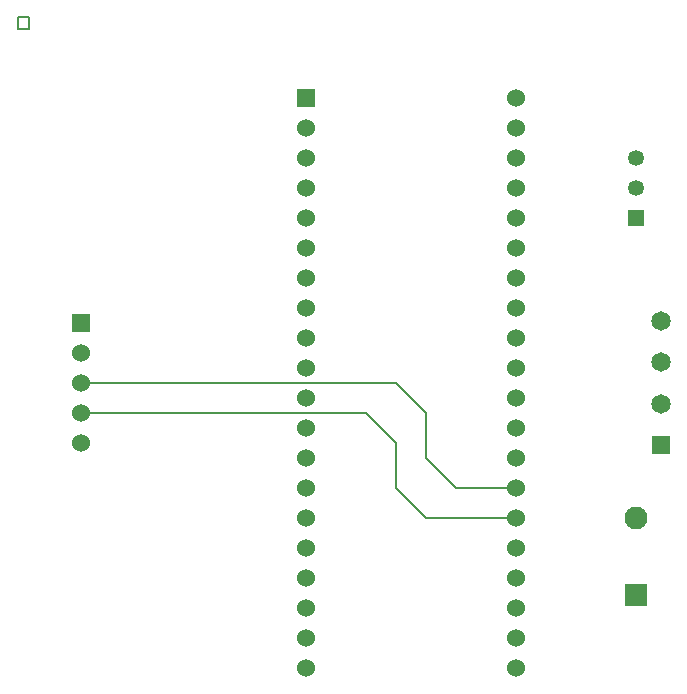
<source format=gbr>
%TF.GenerationSoftware,KiCad,Pcbnew,8.0.8*%
%TF.CreationDate,2025-04-07T19:22:35+01:00*%
%TF.ProjectId,Pico ToF,5069636f-2054-46f4-962e-6b696361645f,rev?*%
%TF.SameCoordinates,Original*%
%TF.FileFunction,Copper,L1,Top*%
%TF.FilePolarity,Positive*%
%FSLAX46Y46*%
G04 Gerber Fmt 4.6, Leading zero omitted, Abs format (unit mm)*
G04 Created by KiCad (PCBNEW 8.0.8) date 2025-04-07 19:22:35*
%MOMM*%
%LPD*%
G01*
G04 APERTURE LIST*
%TA.AperFunction,NonConductor*%
%ADD10C,0.200000*%
%TD*%
%TA.AperFunction,ComponentPad*%
%ADD11R,1.524000X1.524000*%
%TD*%
%TA.AperFunction,ComponentPad*%
%ADD12C,1.524000*%
%TD*%
%TA.AperFunction,ComponentPad*%
%ADD13R,1.950000X1.950000*%
%TD*%
%TA.AperFunction,ComponentPad*%
%ADD14C,1.950000*%
%TD*%
%TA.AperFunction,ComponentPad*%
%ADD15R,1.350000X1.350000*%
%TD*%
%TA.AperFunction,ComponentPad*%
%ADD16C,1.350000*%
%TD*%
%TA.AperFunction,ComponentPad*%
%ADD17R,1.650000X1.650000*%
%TD*%
%TA.AperFunction,ComponentPad*%
%ADD18C,1.650000*%
%TD*%
%TA.AperFunction,Conductor*%
%ADD19C,0.200000*%
%TD*%
G04 APERTURE END LIST*
D10*
X100000000Y-49000000D02*
X101000000Y-49000000D01*
X101000000Y-50000000D01*
X100000000Y-50000000D01*
X100000000Y-49000000D01*
D11*
%TO.P,U2,1,GP0*%
%TO.N,unconnected-(U2-GP0-Pad1)*%
X124460000Y-55880000D03*
D12*
%TO.P,U2,2,GP1*%
%TO.N,unconnected-(U2-GP1-Pad2)*%
X124460000Y-58420000D03*
%TO.P,U2,3,GND*%
%TO.N,0V*%
X124460000Y-60960000D03*
%TO.P,U2,4,GP2*%
%TO.N,unconnected-(U2-GP2-Pad4)*%
X124460000Y-63500000D03*
%TO.P,U2,5,GP3*%
%TO.N,unconnected-(U2-GP3-Pad5)*%
X124460000Y-66040000D03*
%TO.P,U2,6,GP4*%
%TO.N,unconnected-(U2-GP4-Pad6)*%
X124460000Y-68580000D03*
%TO.P,U2,7,GP5*%
%TO.N,unconnected-(U2-GP5-Pad7)*%
X124460000Y-71120000D03*
%TO.P,U2,8,GND*%
%TO.N,0V*%
X124460000Y-73660000D03*
%TO.P,U2,9,GP6*%
%TO.N,unconnected-(U2-GP6-Pad9)*%
X124460000Y-76200000D03*
%TO.P,U2,10,GP7*%
%TO.N,unconnected-(U2-GP7-Pad10)*%
X124460000Y-78740000D03*
%TO.P,U2,11,GP8*%
%TO.N,unconnected-(U2-GP8-Pad11)*%
X124460000Y-81280000D03*
%TO.P,U2,12,GP9*%
%TO.N,unconnected-(U2-GP9-Pad12)*%
X124460000Y-83820000D03*
%TO.P,U2,13,GND*%
%TO.N,0V*%
X124460000Y-86360000D03*
%TO.P,U2,14,GP10*%
%TO.N,unconnected-(U2-GP10-Pad14)*%
X124460000Y-88900000D03*
%TO.P,U2,15,GP11*%
%TO.N,unconnected-(U2-GP11-Pad15)*%
X124460000Y-91440000D03*
%TO.P,U2,16,GP12*%
%TO.N,unconnected-(U2-GP12-Pad16)*%
X124460000Y-93980000D03*
%TO.P,U2,17,GP13*%
%TO.N,unconnected-(U2-GP13-Pad17)*%
X124460000Y-96520000D03*
%TO.P,U2,18,GND*%
%TO.N,0V*%
X124460000Y-99060000D03*
%TO.P,U2,19,GP14*%
%TO.N,unconnected-(U2-GP14-Pad19)*%
X124460000Y-101600000D03*
%TO.P,U2,20,GP15*%
%TO.N,unconnected-(U2-GP15-Pad20)*%
X124460000Y-104140000D03*
%TO.P,U2,21,GP16*%
%TO.N,unconnected-(U2-GP16-Pad21)*%
X142240000Y-104140000D03*
%TO.P,U2,22,GP17*%
%TO.N,unconnected-(U2-GP17-Pad22)*%
X142240000Y-101600000D03*
%TO.P,U2,23,GND*%
%TO.N,0V*%
X142240000Y-99060000D03*
%TO.P,U2,24,GP18*%
%TO.N,unconnected-(U2-GP18-Pad24)*%
X142240000Y-96520000D03*
%TO.P,U2,25,GP19*%
%TO.N,unconnected-(U2-GP19-Pad25)*%
X142240000Y-93980000D03*
%TO.P,U2,26,GP20*%
%TO.N,SDA*%
X142240000Y-91440000D03*
%TO.P,U2,27,GP21*%
%TO.N,SCL*%
X142240000Y-88900000D03*
%TO.P,U2,28,GND*%
%TO.N,0V*%
X142240000Y-86360000D03*
%TO.P,U2,29,GP22*%
%TO.N,unconnected-(U2-GP22-Pad29)*%
X142240000Y-83820000D03*
%TO.P,U2,30,RUN*%
%TO.N,Net-(S1-NO)*%
X142240000Y-81280000D03*
%TO.P,U2,31,GP26*%
%TO.N,unconnected-(U2-GP26-Pad31)*%
X142240000Y-78740000D03*
%TO.P,U2,32,GP27*%
%TO.N,unconnected-(U2-GP27-Pad32)*%
X142240000Y-76200000D03*
%TO.P,U2,33,GND*%
%TO.N,0V*%
X142240000Y-73660000D03*
%TO.P,U2,34,GP28*%
%TO.N,unconnected-(U2-GP28-Pad34)*%
X142240000Y-71120000D03*
%TO.P,U2,35,ADC_VREF*%
%TO.N,unconnected-(U2-ADC_VREF-Pad35)*%
X142240000Y-68580000D03*
%TO.P,U2,36,3V3(OUT)*%
%TO.N,unconnected-(U2-3V3(OUT)-Pad36)*%
X142240000Y-66040000D03*
%TO.P,U2,37,3V3_EN*%
%TO.N,unconnected-(U2-3V3_EN-Pad37)*%
X142240000Y-63500000D03*
%TO.P,U2,38,GND*%
%TO.N,0V*%
X142240000Y-60960000D03*
%TO.P,U2,39,VSYS*%
%TO.N,5V*%
X142240000Y-58420000D03*
%TO.P,U2,40,VBUS*%
%TO.N,unconnected-(U2-VBUS-Pad40)*%
X142240000Y-55880000D03*
%TD*%
D11*
%TO.P,U1,1,VIN*%
%TO.N,5V*%
X105410000Y-74930000D03*
D12*
%TO.P,U1,2,GND*%
%TO.N,0V*%
X105410000Y-77470000D03*
%TO.P,U1,3,SCL*%
%TO.N,SCL*%
X105410000Y-80010000D03*
%TO.P,U1,4,SDA*%
%TO.N,SDA*%
X105410000Y-82550000D03*
%TO.P,U1,5,EN*%
%TO.N,unconnected-(U1-EN-Pad5)*%
X105410000Y-85090000D03*
%TD*%
D13*
%TO.P,S1,T1,COM*%
%TO.N,0V*%
X152400000Y-97940000D03*
D14*
%TO.P,S1,T2,NO*%
%TO.N,Net-(S1-NO)*%
X152400000Y-91440000D03*
%TD*%
D15*
%TO.P,PS1,1,+VIN*%
%TO.N,12V*%
X152400000Y-66040000D03*
D16*
%TO.P,PS1,2,GND*%
%TO.N,0V*%
X152400000Y-63500000D03*
%TO.P,PS1,3,+VOUT*%
%TO.N,5V*%
X152400000Y-60960000D03*
%TD*%
D17*
%TO.P,J1,1,+12V*%
%TO.N,12V*%
X154500000Y-85229527D03*
D18*
%TO.P,J1,2,CANL*%
%TO.N,unconnected-(J1-CANL-Pad2)*%
X154500000Y-81729527D03*
%TO.P,J1,3,CANH*%
%TO.N,unconnected-(J1-CANH-Pad3)*%
X154500000Y-78229527D03*
%TO.P,J1,4,0V*%
%TO.N,0V*%
X154500000Y-74729527D03*
%TD*%
D19*
%TO.N,SDA*%
X134620000Y-91440000D02*
X142240000Y-91440000D01*
X132080000Y-88900000D02*
X134620000Y-91440000D01*
X132080000Y-85090000D02*
X132080000Y-88900000D01*
X129540000Y-82550000D02*
X132080000Y-85090000D01*
X105410000Y-82550000D02*
X129540000Y-82550000D01*
%TO.N,SCL*%
X137160000Y-88900000D02*
X142240000Y-88900000D01*
X134620000Y-86360000D02*
X137160000Y-88900000D01*
X134620000Y-82550000D02*
X134620000Y-86360000D01*
X132080000Y-80010000D02*
X134620000Y-82550000D01*
X105410000Y-80010000D02*
X132080000Y-80010000D01*
%TD*%
M02*

</source>
